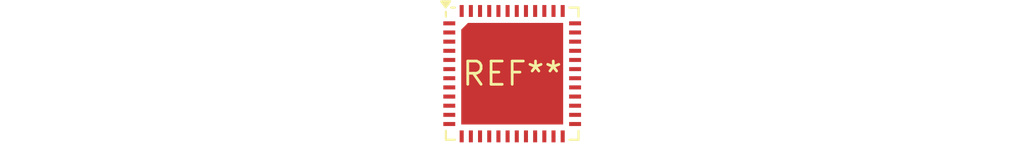
<source format=kicad_pcb>
(kicad_pcb (version 20240108) (generator pcbnew)
  (layers (0 "F.Cu" signal) (31 "B.Cu" signal) (34 "B.Paste" user) (35 "F.Paste" user) (36 "B.SilkS" user "B.Silkscreen") (37 "F.SilkS" user "F.Silkscreen") (38 "B.Mask" user) (39 "F.Mask" user) (44 "Edge.Cuts" user))
  (net 0 "")
  (footprint "Infineon_MLPQ-48-1EP_7x7mm_P0.5mm_EP5.55x5.55mm" (layer "F.Cu") (at 0 0)
    (property "Reference" "REF**")
    (property "Value" "Infineon_MLPQ-48-1EP_7x7mm_P0.5mm_EP5.55x5.55mm")
    (fp_line (start -3.61 -3.38) (end -3.61 -3.12) (layer "F.SilkS") (stroke (width 0.12)))
    (fp_line (start -3.61 3.61) (end -3.61 3.12) (layer "F.SilkS") (stroke (width 0.12)))
    (fp_line (start -3.12 -3.61) (end -3.32 -3.61) (layer "F.SilkS") (stroke (width 0.12)))
    (fp_line (start -3.12 3.61) (end -3.61 3.61) (layer "F.SilkS") (stroke (width 0.12)))
    (fp_line (start 3.12 -3.61) (end 3.61 -3.61) (layer "F.SilkS") (stroke (width 0.12)))
    (fp_line (start 3.12 3.61) (end 3.61 3.61) (layer "F.SilkS") (stroke (width 0.12)))
    (fp_line (start 3.61 -3.12) (end 3.61 -3.61) (layer "F.SilkS") (stroke (width 0.12)))
    (fp_line (start 3.61 3.61) (end 3.61 3.12) (layer "F.SilkS") (stroke (width 0.12)))
    (fp_poly (pts (xy -3.62 -3.62) (xy -3.86 -3.95) (xy -3.38 -3.95) (xy -3.62 -3.62)) (layer "F.SilkS") (stroke (width 0.12)) (fill solid))
    (pad "1" smd rect (at -3.425 -2.75) (size 0.65 0.22) (layers "F.Cu" "F.Mask"))
    (pad "2" smd rect (at -3.425 -2.25) (size 0.65 0.22) (layers "F.Cu" "F.Mask"))
    (pad "3" smd rect (at -3.425 -1.75) (size 0.65 0.22) (layers "F.Cu" "F.Mask"))
    (pad "4" smd rect (at -3.425 -1.25) (size 0.65 0.22) (layers "F.Cu" "F.Mask"))
    (pad "5" smd rect (at -3.425 -0.75) (size 0.65 0.22) (layers "F.Cu" "F.Mask"))
    (pad "6" smd rect (at -3.425 -0.25) (size 0.65 0.22) (layers "F.Cu" "F.Mask"))
    (pad "7" smd rect (at -3.425 0.25) (size 0.65 0.22) (layers "F.Cu" "F.Mask"))
    (pad "8" smd rect (at -3.425 0.75) (size 0.65 0.22) (layers "F.Cu" "F.Mask"))
    (pad "9" smd rect (at -3.425 1.25) (size 0.65 0.22) (layers "F.Cu" "F.Mask"))
    (pad "10" smd rect (at -3.425 1.75) (size 0.65 0.22) (layers "F.Cu" "F.Mask"))
    (pad "11" smd rect (at -3.425 2.25) (size 0.65 0.22) (layers "F.Cu" "F.Mask"))
    (pad "12" smd rect (at -3.425 2.75) (size 0.65 0.22) (layers "F.Cu" "F.Mask"))
    (pad "13" smd rect (at -2.75 3.425) (size 0.22 0.65) (layers "F.Cu" "F.Mask"))
    (pad "14" smd rect (at -2.25 3.425) (size 0.22 0.65) (layers "F.Cu" "F.Mask"))
    (pad "15" smd rect (at -1.75 3.425) (size 0.22 0.65) (layers "F.Cu" "F.Mask"))
    (pad "16" smd rect (at -1.25 3.425) (size 0.22 0.65) (layers "F.Cu" "F.Mask"))
    (pad "17" smd rect (at -0.75 3.425) (size 0.22 0.65) (layers "F.Cu" "F.Mask"))
    (pad "18" smd rect (at -0.25 3.425) (size 0.22 0.65) (layers "F.Cu" "F.Mask"))
    (pad "19" smd rect (at 0.25 3.425) (size 0.22 0.65) (layers "F.Cu" "F.Mask"))
    (pad "20" smd rect (at 0.75 3.425) (size 0.22 0.65) (layers "F.Cu" "F.Mask"))
    (pad "21" smd rect (at 1.25 3.425) (size 0.22 0.65) (layers "F.Cu" "F.Mask"))
    (pad "22" smd rect (at 1.75 3.425) (size 0.22 0.65) (layers "F.Cu" "F.Mask"))
    (pad "23" smd rect (at 2.25 3.425) (size 0.22 0.65) (layers "F.Cu" "F.Mask"))
    (pad "24" smd rect (at 2.75 3.425) (size 0.22 0.65) (layers "F.Cu" "F.Mask"))
    (pad "25" smd rect (at 3.425 2.75) (size 0.65 0.22) (layers "F.Cu" "F.Mask"))
    (pad "26" smd rect (at 3.425 2.25) (size 0.65 0.22) (layers "F.Cu" "F.Mask"))
    (pad "27" smd rect (at 3.425 1.75) (size 0.65 0.22) (layers "F.Cu" "F.Mask"))
    (pad "28" smd rect (at 3.425 1.25) (size 0.65 0.22) (layers "F.Cu" "F.Mask"))
    (pad "29" smd rect (at 3.425 0.75) (size 0.65 0.22) (layers "F.Cu" "F.Mask"))
    (pad "30" smd rect (at 3.425 0.25) (size 0.65 0.22) (layers "F.Cu" "F.Mask"))
    (pad "31" smd rect (at 3.425 -0.25) (size 0.65 0.22) (layers "F.Cu" "F.Mask"))
    (pad "32" smd rect (at 3.425 -0.75) (size 0.65 0.22) (layers "F.Cu" "F.Mask"))
    (pad "33" smd rect (at 3.425 -1.25) (size 0.65 0.22) (layers "F.Cu" "F.Mask"))
    (pad "34" smd rect (at 3.425 -1.75) (size 0.65 0.22) (layers "F.Cu" "F.Mask"))
    (pad "35" smd rect (at 3.425 -2.25) (size 0.65 0.22) (layers "F.Cu" "F.Mask"))
    (pad "36" smd rect (at 3.425 -2.75) (size 0.65 0.22) (layers "F.Cu" "F.Mask"))
    (pad "37" smd rect (at 2.75 -3.425) (size 0.22 0.65) (layers "F.Cu" "F.Mask"))
    (pad "38" smd rect (at 2.25 -3.425) (size 0.22 0.65) (layers "F.Cu" "F.Mask"))
    (pad "39" smd rect (at 1.75 -3.425) (size 0.22 0.65) (layers "F.Cu" "F.Mask"))
    (pad "40" smd rect (at 1.25 -3.425) (size 0.22 0.65) (layers "F.Cu" "F.Mask"))
    (pad "41" smd rect (at 0.75 -3.425) (size 0.22 0.65) (layers "F.Cu" "F.Mask"))
    (pad "42" smd rect (at 0.25 -3.425) (size 0.22 0.65) (layers "F.Cu" "F.Mask"))
    (pad "43" smd rect (at -0.25 -3.425) (size 0.22 0.65) (layers "F.Cu" "F.Mask"))
    (pad "44" smd rect (at -0.75 -3.425) (size 0.22 0.65) (layers "F.Cu" "F.Mask"))
    (pad "45" smd rect (at -1.25 -3.425) (size 0.22 0.65) (layers "F.Cu" "F.Mask"))
    (pad "46" smd rect (at -1.75 -3.425) (size 0.22 0.65) (layers "F.Cu" "F.Mask"))
    (pad "47" smd rect (at -2.25 -3.425) (size 0.22 0.65) (layers "F.Cu" "F.Mask"))
    (pad "48" smd rect (at -2.75 -3.425) (size 0.22 0.65) (layers "F.Cu" "F.Mask"))
    (pad "49" smd custom (at 0 0) (size 5 5) (layers "F.Cu" "F.Mask") (options (clearance outline) (anchor rect)) (primitives (gr_poly (pts (xy 2.775 2.775) (xy -2.775 2.775) (xy -2.775 -2.407) (xy -2.407 -2.775) (xy 2.775 -2.775)) (width 0) (fill yes))))
  )
)
</source>
